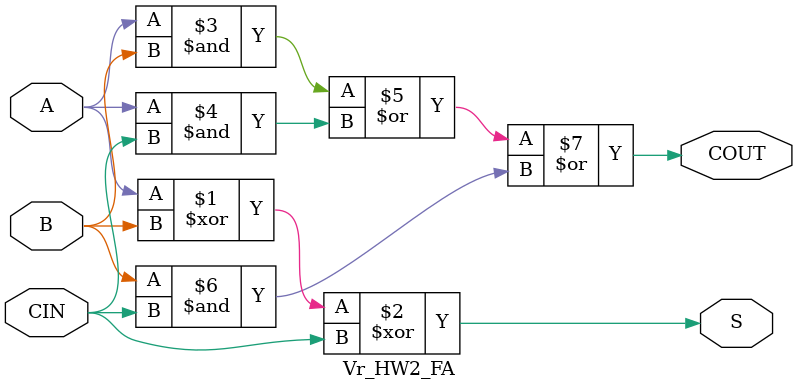
<source format=v>
module Vr_HW2_FA(A, B, CIN, S, COUT);
  input A, B, CIN;
  output S, COUT;

xor FA(S, A,B,CIN);
assign COUT = (A&B) | (A&CIN) | (B&CIN);
  /* Implementation 5: complete the design of a full adder */




endmodule

</source>
